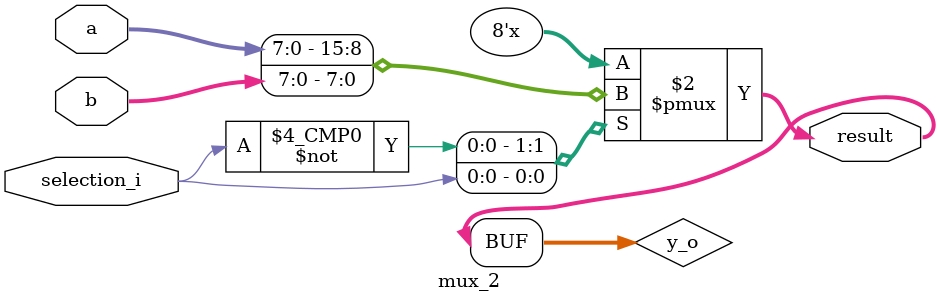
<source format=sv>
module mux_2 #(parameter N=8) (
	input [N-1:0] a, b, 
	input  selection_i, 
	output [N-1:0] result);
	
	logic [N-1:0] y_o;
	always_comb
	case(selection_i)
		1'b0:   y_o = a ;
		1'b1:   y_o = b ;
		
		
		default: y_o = 8'bz;
	endcase
	
	assign result = y_o;
	 
endmodule

</source>
